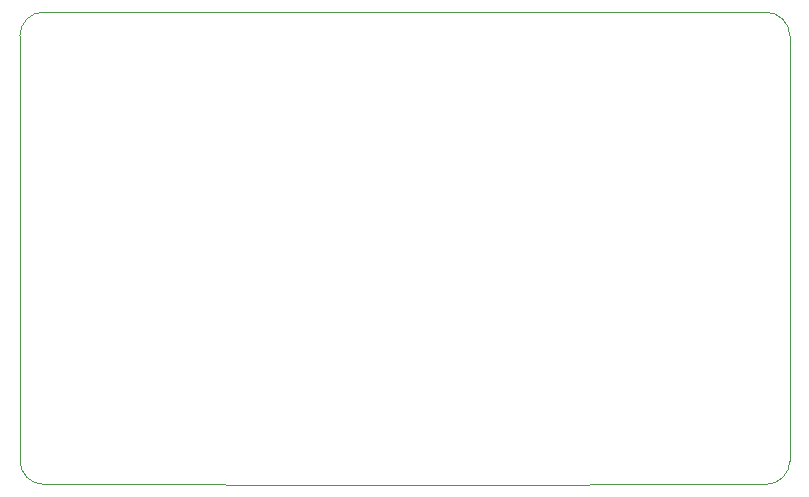
<source format=gbr>
%TF.GenerationSoftware,KiCad,Pcbnew,8.0.4*%
%TF.CreationDate,2024-08-05T13:55:11-04:00*%
%TF.ProjectId,esp32-node-board-40x65_telemetry,65737033-322d-46e6-9f64-652d626f6172,rev?*%
%TF.SameCoordinates,Original*%
%TF.FileFunction,Profile,NP*%
%FSLAX46Y46*%
G04 Gerber Fmt 4.6, Leading zero omitted, Abs format (unit mm)*
G04 Created by KiCad (PCBNEW 8.0.4) date 2024-08-05 13:55:11*
%MOMM*%
%LPD*%
G01*
G04 APERTURE LIST*
%TA.AperFunction,Profile*%
%ADD10C,0.100000*%
%TD*%
G04 APERTURE END LIST*
D10*
X82014214Y-80235786D02*
X113000000Y-80250000D01*
X80000000Y-42250000D02*
X80014214Y-78235786D01*
X143185786Y-40264214D02*
G75*
G02*
X145185786Y-42264214I14J-1999986D01*
G01*
X113000000Y-80250000D02*
X143185786Y-80235786D01*
X82014214Y-80235786D02*
G75*
G02*
X80014214Y-78235786I-14J1999986D01*
G01*
X145185786Y-42264214D02*
X145185786Y-78235786D01*
X80000000Y-42250000D02*
G75*
G02*
X82000000Y-40250000I2000000J0D01*
G01*
X145185786Y-78235786D02*
G75*
G02*
X143185786Y-80235786I-1999986J-14D01*
G01*
X143185786Y-40264214D02*
X82000000Y-40250000D01*
M02*

</source>
